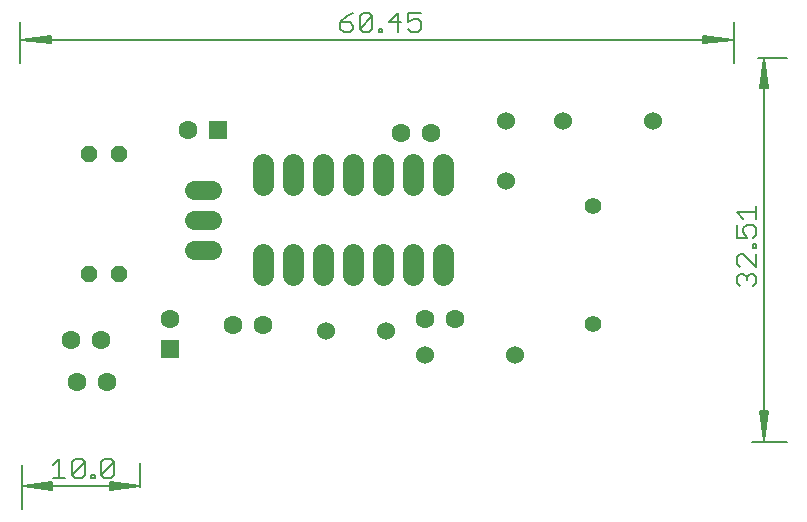
<source format=gtl>
G75*
%MOIN*%
%OFA0B0*%
%FSLAX25Y25*%
%IPPOS*%
%LPD*%
%AMOC8*
5,1,8,0,0,1.08239X$1,22.5*
%
%ADD10C,0.00512*%
%ADD11C,0.00600*%
%ADD12R,0.06299X0.06299*%
%ADD13C,0.06299*%
%ADD14C,0.07087*%
%ADD15C,0.06000*%
%ADD16C,0.05512*%
%ADD17C,0.06299*%
%ADD18OC8,0.05200*%
D10*
X0001856Y0001256D02*
X0001856Y0015733D01*
X0002112Y0008933D02*
X0012092Y0007909D01*
X0012092Y0007676D02*
X0002112Y0008933D01*
X0012092Y0009957D01*
X0012092Y0010190D02*
X0012092Y0007676D01*
X0012092Y0008421D02*
X0002112Y0008933D01*
X0012092Y0009445D01*
X0012092Y0010190D02*
X0002112Y0008933D01*
X0041100Y0008933D01*
X0031120Y0007909D01*
X0031120Y0007676D02*
X0041100Y0008933D01*
X0031120Y0009957D01*
X0031120Y0010190D02*
X0031120Y0007676D01*
X0031120Y0008421D02*
X0041100Y0008933D01*
X0031120Y0009445D01*
X0031120Y0010190D02*
X0041100Y0008933D01*
X0041356Y0008533D02*
X0041356Y0016610D01*
X0245256Y0023633D02*
X0256933Y0023633D01*
X0249256Y0023889D02*
X0250280Y0033869D01*
X0250513Y0033869D02*
X0247999Y0033869D01*
X0249256Y0023889D01*
X0248232Y0033869D01*
X0248744Y0033869D02*
X0249256Y0023889D01*
X0249768Y0033869D01*
X0250513Y0033869D02*
X0249256Y0023889D01*
X0249256Y0151377D01*
X0250280Y0141397D01*
X0250513Y0141397D02*
X0247999Y0141397D01*
X0249256Y0151377D01*
X0248232Y0141397D01*
X0248744Y0141397D02*
X0249256Y0151377D01*
X0249768Y0141397D01*
X0250513Y0141397D02*
X0249256Y0151377D01*
X0247256Y0151633D02*
X0256933Y0151633D01*
X0239256Y0149956D02*
X0239256Y0163633D01*
X0239000Y0157633D02*
X0229020Y0156609D01*
X0229020Y0156376D02*
X0239000Y0157633D01*
X0229020Y0158657D01*
X0229020Y0158890D02*
X0229020Y0156376D01*
X0229020Y0157121D02*
X0239000Y0157633D01*
X0229020Y0158145D01*
X0229020Y0158890D02*
X0239000Y0157633D01*
X0001512Y0157633D01*
X0011492Y0156609D01*
X0011492Y0156376D02*
X0001512Y0157633D01*
X0011492Y0158657D01*
X0011492Y0158890D02*
X0011492Y0156376D01*
X0011492Y0157121D02*
X0001512Y0157633D01*
X0011492Y0158145D01*
X0011492Y0158890D02*
X0001512Y0157633D01*
X0001256Y0163633D02*
X0001256Y0149956D01*
D11*
X0108028Y0161262D02*
X0109096Y0160195D01*
X0111231Y0160195D01*
X0112298Y0161262D01*
X0112298Y0162330D01*
X0111231Y0163398D01*
X0108028Y0163398D01*
X0108028Y0161262D01*
X0108028Y0163398D02*
X0110163Y0165533D01*
X0112298Y0166600D01*
X0114474Y0165533D02*
X0115541Y0166600D01*
X0117676Y0166600D01*
X0118744Y0165533D01*
X0114474Y0161262D01*
X0115541Y0160195D01*
X0117676Y0160195D01*
X0118744Y0161262D01*
X0118744Y0165533D01*
X0114474Y0165533D02*
X0114474Y0161262D01*
X0120919Y0161262D02*
X0121987Y0161262D01*
X0121987Y0160195D01*
X0120919Y0160195D01*
X0120919Y0161262D01*
X0124142Y0163398D02*
X0128412Y0163398D01*
X0130587Y0163398D02*
X0132722Y0164465D01*
X0133790Y0164465D01*
X0134858Y0163398D01*
X0134858Y0161262D01*
X0133790Y0160195D01*
X0131655Y0160195D01*
X0130587Y0161262D01*
X0130587Y0163398D02*
X0130587Y0166600D01*
X0134858Y0166600D01*
X0127345Y0166600D02*
X0127345Y0160195D01*
X0124142Y0163398D02*
X0127345Y0166600D01*
X0240289Y0100100D02*
X0242424Y0097964D01*
X0243491Y0095789D02*
X0245627Y0095789D01*
X0246694Y0094722D01*
X0246694Y0092587D01*
X0245627Y0091519D01*
X0243491Y0091519D02*
X0242424Y0093654D01*
X0242424Y0094722D01*
X0243491Y0095789D01*
X0240289Y0095789D02*
X0240289Y0091519D01*
X0243491Y0091519D01*
X0245627Y0089364D02*
X0246694Y0089364D01*
X0246694Y0088296D01*
X0245627Y0088296D01*
X0245627Y0089364D01*
X0246694Y0086121D02*
X0246694Y0081851D01*
X0242424Y0086121D01*
X0241356Y0086121D01*
X0240289Y0085053D01*
X0240289Y0082918D01*
X0241356Y0081851D01*
X0241356Y0079676D02*
X0242424Y0079676D01*
X0243491Y0078608D01*
X0244559Y0079676D01*
X0245627Y0079676D01*
X0246694Y0078608D01*
X0246694Y0076473D01*
X0245627Y0075405D01*
X0243491Y0077540D02*
X0243491Y0078608D01*
X0241356Y0079676D02*
X0240289Y0078608D01*
X0240289Y0076473D01*
X0241356Y0075405D01*
X0246694Y0097964D02*
X0246694Y0102235D01*
X0246694Y0100100D02*
X0240289Y0100100D01*
X0032538Y0016833D02*
X0032538Y0012562D01*
X0031471Y0011495D01*
X0029336Y0011495D01*
X0028268Y0012562D01*
X0032538Y0016833D01*
X0031471Y0017900D01*
X0029336Y0017900D01*
X0028268Y0016833D01*
X0028268Y0012562D01*
X0026113Y0012562D02*
X0026113Y0011495D01*
X0025045Y0011495D01*
X0025045Y0012562D01*
X0026113Y0012562D01*
X0022870Y0012562D02*
X0022870Y0016833D01*
X0018600Y0012562D01*
X0019667Y0011495D01*
X0021802Y0011495D01*
X0022870Y0012562D01*
X0018600Y0012562D02*
X0018600Y0016833D01*
X0019667Y0017900D01*
X0021802Y0017900D01*
X0022870Y0016833D01*
X0016425Y0011495D02*
X0012154Y0011495D01*
X0014289Y0011495D02*
X0014289Y0017900D01*
X0012154Y0015765D01*
D12*
X0051256Y0054633D03*
X0067256Y0127633D03*
D13*
X0057256Y0127633D03*
X0128256Y0126633D03*
X0138256Y0126633D03*
X0136256Y0064633D03*
X0146256Y0064633D03*
X0082256Y0062633D03*
X0072256Y0062633D03*
X0051256Y0064633D03*
X0028256Y0057633D03*
X0018256Y0057633D03*
X0020256Y0043633D03*
X0030256Y0043633D03*
D14*
X0082256Y0079090D02*
X0082256Y0086176D01*
X0092256Y0086176D02*
X0092256Y0079090D01*
X0102256Y0079090D02*
X0102256Y0086176D01*
X0112256Y0086176D02*
X0112256Y0079090D01*
X0122256Y0079090D02*
X0122256Y0086176D01*
X0132256Y0086176D02*
X0132256Y0079090D01*
X0142256Y0079090D02*
X0142256Y0086176D01*
X0142256Y0109090D02*
X0142256Y0116176D01*
X0132256Y0116176D02*
X0132256Y0109090D01*
X0122256Y0109090D02*
X0122256Y0116176D01*
X0112256Y0116176D02*
X0112256Y0109090D01*
X0102256Y0109090D02*
X0102256Y0116176D01*
X0092256Y0116176D02*
X0092256Y0109090D01*
X0082256Y0109090D02*
X0082256Y0116176D01*
D15*
X0163256Y0110633D03*
X0163256Y0130633D03*
X0182256Y0130633D03*
X0212256Y0130633D03*
X0123256Y0060633D03*
X0136256Y0052633D03*
X0166256Y0052633D03*
X0103256Y0060633D03*
D16*
X0192256Y0062948D03*
X0192256Y0102318D03*
D17*
X0065406Y0097633D02*
X0059106Y0097633D01*
X0059106Y0087633D02*
X0065406Y0087633D01*
X0065406Y0107633D02*
X0059106Y0107633D01*
D18*
X0034256Y0119633D03*
X0024256Y0119633D03*
X0024256Y0079633D03*
X0034256Y0079633D03*
M02*

</source>
